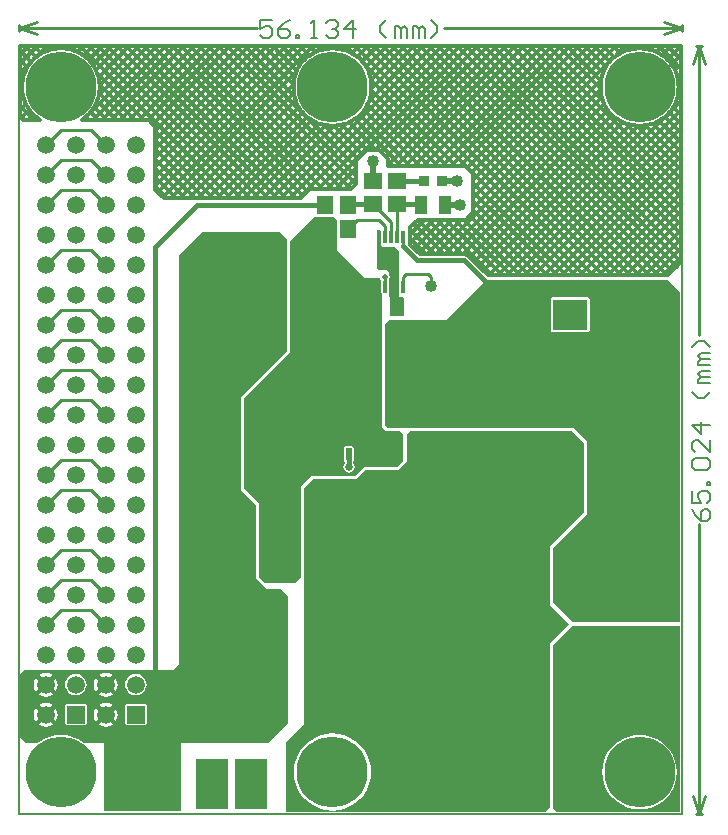
<source format=gtl>
G04 Layer_Physical_Order=1*
G04 Layer_Color=255*
%FSLAX44Y44*%
%MOMM*%
G71*
G01*
G75*
%ADD10C,0.3000*%
%ADD11R,2.7000X4.2000*%
%ADD12R,0.8500X0.8500*%
%ADD13R,1.0160X1.5240*%
%ADD14R,1.5000X1.4000*%
%ADD15R,1.4000X1.5000*%
%ADD16R,3.0000X2.6500*%
%ADD17R,0.3000X1.0000*%
%ADD18R,1.2200X2.7200*%
%ADD19R,1.7000X1.3000*%
%ADD20R,0.5100X1.0000*%
%ADD21R,2.4500X2.4500*%
%ADD22R,3.1000X1.1000*%
%ADD23R,8.3800X10.6600*%
%ADD24R,9.0000X3.5000*%
%ADD25C,0.2540*%
%ADD26C,0.5080*%
%ADD27C,0.3810*%
%ADD28C,0.1270*%
%ADD29C,0.1524*%
%ADD30C,6.0000*%
%ADD31C,1.5000*%
%ADD32R,1.5000X1.5000*%
%ADD33C,0.6350*%
%ADD34C,1.0160*%
%ADD35C,0.5080*%
G36*
X581660Y873760D02*
Y848360D01*
X605790Y824230D01*
X618473D01*
X618552Y823834D01*
X619427Y822524D01*
X619230Y822050D01*
Y812050D01*
X619714Y810884D01*
X619760Y810864D01*
Y698500D01*
X623570Y694690D01*
X635000D01*
X637540Y692150D01*
Y669290D01*
X632460Y664210D01*
X604520Y664210D01*
X596900Y656590D01*
X560070D01*
X551180Y647700D01*
Y571500D01*
X546100Y566420D01*
X520700Y566420D01*
X515620Y571500D01*
X515620Y633730D01*
X502920Y646430D01*
Y722630D01*
X542290Y762000D01*
Y855980D01*
X562610Y876300D01*
X579120D01*
X581660Y873760D01*
D02*
G37*
G36*
X872490Y812800D02*
Y533400D01*
X781050Y533400D01*
X764540Y549910D01*
X764540Y595630D01*
X793750Y624840D01*
X793750Y685800D01*
X782320Y697230D01*
X624840D01*
X622300Y699770D01*
X622300Y784860D01*
X626110Y788670D01*
X674370D01*
X708660Y822960D01*
X862330D01*
X872490Y812800D01*
D02*
G37*
G36*
X539750Y856615D02*
Y762635D01*
X500380Y723265D01*
X500380Y645160D01*
X513080Y632460D01*
X513080Y570230D01*
X522605Y560705D01*
X534670Y560705D01*
X540385Y554990D01*
Y447675D01*
X523240Y430530D01*
X449580D01*
X449580Y373380D01*
X384175D01*
X384175Y430530D01*
X367822D01*
X366567Y431602D01*
X362336Y434195D01*
X357752Y436094D01*
X352927Y437252D01*
X347980Y437641D01*
X343033Y437252D01*
X338208Y436094D01*
X333624Y434195D01*
X329393Y431602D01*
X328138Y430530D01*
X318135D01*
X313690Y434975D01*
X313690Y488950D01*
X316865Y492125D01*
X443230Y492125D01*
X447675Y496570D01*
Y843280D01*
X467360Y862965D01*
X533400D01*
X539750Y856615D01*
D02*
G37*
G36*
X619125Y864235D02*
Y851535D01*
X620395Y850265D01*
X630555Y850265D01*
X634365Y846455D01*
X634365Y822375D01*
X634230Y822050D01*
Y812050D01*
X634365Y811725D01*
Y808990D01*
X635000Y808355D01*
X637540D01*
X638175Y807720D01*
Y792480D01*
X637540Y791845D01*
X627380D01*
X626745Y792480D01*
Y807720D01*
X625475Y808990D01*
Y811918D01*
X625530Y812050D01*
Y822050D01*
X625475Y822182D01*
Y822737D01*
X626208Y823834D01*
X626524Y825420D01*
X626208Y827006D01*
X625475Y828103D01*
Y829310D01*
X623570Y831215D01*
X617220D01*
X615315Y833120D01*
Y864235D01*
X615950Y864870D01*
X618490D01*
X619125Y864235D01*
D02*
G37*
G36*
X791160Y684580D02*
X791160Y626060D01*
X762000Y596900D01*
Y595880D01*
X761950Y595630D01*
X761950Y549910D01*
X762000Y549660D01*
Y547370D01*
X777875Y531495D01*
X762000Y515620D01*
Y513130D01*
D01*
Y508250D01*
D01*
X761950Y508000D01*
Y387605D01*
Y387350D01*
X762000Y387100D01*
Y375920D01*
X758190Y372110D01*
X538480D01*
Y431800D01*
X553720Y447040D01*
Y571250D01*
X553770Y571500D01*
Y646480D01*
X561290Y654000D01*
X596900D01*
X597150Y654050D01*
X598170D01*
X605740Y661620D01*
X632460Y661620D01*
X632710Y661670D01*
X633730D01*
X641350Y669290D01*
Y692150D01*
X643840Y694640D01*
X781100D01*
X791160Y684580D01*
D02*
G37*
G36*
X872490Y372110D02*
X768350D01*
X764582Y375878D01*
X764590Y375920D01*
Y387100D01*
X764540Y387350D01*
Y387605D01*
Y508000D01*
D01*
X764590Y508250D01*
Y513130D01*
X781050Y529590D01*
X872490D01*
Y372110D01*
D02*
G37*
%LPC*%
G36*
X594370Y681780D02*
X589270D01*
X588104Y681296D01*
X587620Y680130D01*
Y670130D01*
X588104Y668964D01*
X588324Y668872D01*
Y667436D01*
X587394Y666043D01*
X587029Y664210D01*
X587394Y662377D01*
X588432Y660822D01*
X589987Y659784D01*
X591820Y659419D01*
X593653Y659784D01*
X595208Y660822D01*
X596246Y662377D01*
X596611Y664210D01*
X596246Y666043D01*
X595316Y667436D01*
Y668872D01*
X595536Y668964D01*
X596020Y670130D01*
Y680130D01*
X595536Y681296D01*
X594370Y681780D01*
D02*
G37*
G36*
X794220Y808270D02*
X764220D01*
X763054Y807786D01*
X762570Y806620D01*
Y780120D01*
X763054Y778954D01*
X764220Y778471D01*
X794220D01*
X795386Y778954D01*
X795870Y780120D01*
Y806620D01*
X795386Y807786D01*
X794220Y808270D01*
D02*
G37*
G36*
X343610Y460296D02*
X337974Y454660D01*
X343610Y449024D01*
X344050Y449597D01*
X345062Y452039D01*
X345407Y454660D01*
X345062Y457281D01*
X344050Y459723D01*
X343610Y460296D01*
D02*
G37*
G36*
X418980Y463810D02*
X403980D01*
X402814Y463326D01*
X402330Y462160D01*
Y447160D01*
X402814Y445994D01*
X403980Y445510D01*
X418980D01*
X420146Y445994D01*
X420630Y447160D01*
Y462160D01*
X420146Y463326D01*
X418980Y463810D01*
D02*
G37*
G36*
X394410Y460296D02*
X388774Y454660D01*
X394410Y449024D01*
X394850Y449597D01*
X395862Y452039D01*
X396207Y454660D01*
X395862Y457281D01*
X394850Y459723D01*
X394410Y460296D01*
D02*
G37*
G36*
X377750D02*
X377310Y459723D01*
X376298Y457281D01*
X375953Y454660D01*
X376298Y452039D01*
X377310Y449597D01*
X377750Y449024D01*
X383386Y454660D01*
X377750Y460296D01*
D02*
G37*
G36*
X326950D02*
X326510Y459723D01*
X325498Y457281D01*
X325153Y454660D01*
X325498Y452039D01*
X326510Y449597D01*
X326950Y449024D01*
X332586Y454660D01*
X326950Y460296D01*
D02*
G37*
G36*
X335280Y451966D02*
X329644Y446330D01*
X330217Y445890D01*
X332659Y444878D01*
X335280Y444533D01*
X337901Y444878D01*
X340343Y445890D01*
X340916Y446330D01*
X335280Y451966D01*
D02*
G37*
G36*
X368180Y463810D02*
X353180D01*
X352014Y463326D01*
X351530Y462160D01*
Y447160D01*
X352014Y445994D01*
X353180Y445510D01*
X368180D01*
X369346Y445994D01*
X369830Y447160D01*
Y462160D01*
X369346Y463326D01*
X368180Y463810D01*
D02*
G37*
G36*
X386080Y451966D02*
X380444Y446330D01*
X381017Y445890D01*
X383459Y444878D01*
X386080Y444533D01*
X388701Y444878D01*
X391143Y445890D01*
X391716Y446330D01*
X386080Y451966D01*
D02*
G37*
G36*
X335280Y464787D02*
X332659Y464442D01*
X330217Y463430D01*
X329644Y462990D01*
X335280Y457354D01*
X340916Y462990D01*
X340343Y463430D01*
X337901Y464442D01*
X335280Y464787D01*
D02*
G37*
G36*
Y490187D02*
X332659Y489842D01*
X330217Y488830D01*
X329644Y488390D01*
X335280Y482754D01*
X340916Y488390D01*
X340343Y488830D01*
X337901Y489842D01*
X335280Y490187D01*
D02*
G37*
G36*
X377750Y485696D02*
X377310Y485123D01*
X376298Y482681D01*
X375953Y480060D01*
X376298Y477439D01*
X377310Y474997D01*
X377750Y474424D01*
X383386Y480060D01*
X377750Y485696D01*
D02*
G37*
G36*
X326950D02*
X326510Y485123D01*
X325498Y482681D01*
X325153Y480060D01*
X325498Y477439D01*
X326510Y474997D01*
X326950Y474424D01*
X332586Y480060D01*
X326950Y485696D01*
D02*
G37*
G36*
X386080Y490187D02*
X383459Y489842D01*
X381017Y488830D01*
X380444Y488390D01*
X386080Y482754D01*
X391716Y488390D01*
X391143Y488830D01*
X388701Y489842D01*
X386080Y490187D01*
D02*
G37*
G36*
X394410Y485696D02*
X388774Y480060D01*
X394410Y474424D01*
X394850Y474997D01*
X395862Y477439D01*
X396207Y480060D01*
X395862Y482681D01*
X394850Y485123D01*
X394410Y485696D01*
D02*
G37*
G36*
X386080Y477366D02*
X380444Y471730D01*
X381017Y471290D01*
X383459Y470278D01*
X386080Y469933D01*
X388701Y470278D01*
X391143Y471290D01*
X391716Y471730D01*
X386080Y477366D01*
D02*
G37*
G36*
X335280D02*
X329644Y471730D01*
X330217Y471290D01*
X332659Y470278D01*
X335280Y469933D01*
X337901Y470278D01*
X340343Y471290D01*
X340916Y471730D01*
X335280Y477366D01*
D02*
G37*
G36*
X386080Y464787D02*
X383459Y464442D01*
X381017Y463430D01*
X380444Y462990D01*
X386080Y457354D01*
X391716Y462990D01*
X391143Y463430D01*
X388701Y464442D01*
X386080Y464787D01*
D02*
G37*
G36*
X343610Y485696D02*
X337974Y480060D01*
X343610Y474424D01*
X344050Y474997D01*
X345062Y477439D01*
X345407Y480060D01*
X345062Y482681D01*
X344050Y485123D01*
X343610Y485696D01*
D02*
G37*
G36*
X411480Y489162D02*
X409124Y488852D01*
X406929Y487942D01*
X405044Y486496D01*
X403598Y484611D01*
X402688Y482416D01*
X402378Y480060D01*
X402688Y477704D01*
X403598Y475509D01*
X405044Y473624D01*
X406929Y472178D01*
X409124Y471268D01*
X411480Y470958D01*
X413836Y471268D01*
X416031Y472178D01*
X417916Y473624D01*
X419362Y475509D01*
X420272Y477704D01*
X420582Y480060D01*
X420272Y482416D01*
X419362Y484611D01*
X417916Y486496D01*
X416031Y487942D01*
X413836Y488852D01*
X411480Y489162D01*
D02*
G37*
G36*
X360680D02*
X358324Y488852D01*
X356129Y487942D01*
X354244Y486496D01*
X352798Y484611D01*
X351888Y482416D01*
X351578Y480060D01*
X351888Y477704D01*
X352798Y475509D01*
X354244Y473624D01*
X356129Y472178D01*
X358324Y471268D01*
X360680Y470958D01*
X363036Y471268D01*
X365231Y472178D01*
X367116Y473624D01*
X368562Y475509D01*
X369472Y477704D01*
X369782Y480060D01*
X369472Y482416D01*
X368562Y484611D01*
X367116Y486496D01*
X365231Y487942D01*
X363036Y488852D01*
X360680Y489162D01*
D02*
G37*
G36*
X577980Y438661D02*
X572873Y438259D01*
X567893Y437063D01*
X563161Y435103D01*
X558794Y432427D01*
X554899Y429100D01*
X551573Y425206D01*
X548897Y420839D01*
X546936Y416106D01*
X545741Y411126D01*
X545339Y406020D01*
X545741Y400914D01*
X546936Y395933D01*
X548897Y391202D01*
X551573Y386834D01*
X554899Y382940D01*
X558794Y379613D01*
X563161Y376937D01*
X567893Y374977D01*
X572873Y373781D01*
X577980Y373380D01*
X583086Y373781D01*
X588066Y374977D01*
X592798Y376937D01*
X597165Y379613D01*
X601060Y382940D01*
X604386Y386834D01*
X607062Y391202D01*
X609023Y395933D01*
X610218Y400914D01*
X610620Y406020D01*
X610218Y411126D01*
X609023Y416106D01*
X607062Y420839D01*
X604386Y425206D01*
X601060Y429100D01*
X597165Y432427D01*
X592798Y435103D01*
X588066Y437063D01*
X583086Y438259D01*
X577980Y438661D01*
D02*
G37*
G36*
X837979Y437641D02*
X833032Y437252D01*
X828207Y436094D01*
X823623Y434195D01*
X819392Y431602D01*
X815619Y428380D01*
X812397Y424607D01*
X809804Y420376D01*
X807905Y415792D01*
X806747Y410967D01*
X806358Y406020D01*
X806747Y401073D01*
X807905Y396249D01*
X809804Y391664D01*
X812397Y387433D01*
X815619Y383660D01*
X819392Y380438D01*
X823623Y377845D01*
X828207Y375946D01*
X833032Y374788D01*
X837979Y374399D01*
X842926Y374788D01*
X847751Y375946D01*
X852335Y377845D01*
X856566Y380438D01*
X860339Y383660D01*
X863561Y387433D01*
X866154Y391664D01*
X868053Y396249D01*
X869211Y401073D01*
X869600Y406020D01*
X869211Y410967D01*
X868053Y415792D01*
X866154Y420376D01*
X863561Y424607D01*
X860339Y428380D01*
X856566Y431602D01*
X852335Y434195D01*
X847751Y436094D01*
X842926Y437252D01*
X837979Y437641D01*
D02*
G37*
%LPD*%
D10*
X871003Y985980D02*
G03*
X871003Y985980I-33024J0D01*
G01*
X691105Y843915D02*
G03*
X688975Y844399I-2130J-4445D01*
G01*
X691105Y843915D02*
G03*
X688975Y844399I-2130J-4445D01*
G01*
X381004Y985980D02*
G03*
X330100Y958215I-33024J0D01*
G01*
X365860D02*
G03*
X381004Y985980I-17880J27765D01*
G01*
X611003D02*
G03*
X611003Y985980I-33024J0D01*
G01*
X846710Y1017829D02*
X849326Y1020445D01*
X846313D02*
X850033Y1016725D01*
X869648Y1020445D02*
X873125Y1016968D01*
X838535Y1020445D02*
X840041Y1018940D01*
X840042Y1018939D02*
X841548Y1020445D01*
X861870D02*
X873125Y1009190D01*
X861438Y1009223D02*
X872660Y1020445D01*
X854091D02*
X873125Y1001412D01*
X852365Y1015706D02*
X857104Y1020445D01*
X857241Y1012804D02*
X864882Y1020445D01*
X822979D02*
X826485Y1016939D01*
X817166Y1011620D02*
X825991Y1020445D01*
X831732Y1018408D02*
X833770Y1020445D01*
X807422D02*
X816664Y1011204D01*
X815201Y1020445D02*
X821214Y1014432D01*
X745197Y1020445D02*
X873125Y892517D01*
X737419Y1020445D02*
X873125Y884739D01*
X752975Y1020445D02*
X873125Y900295D01*
X799644Y1020445D02*
X812773Y1007316D01*
X697230Y899462D02*
X818213Y1020445D01*
X869920Y994370D02*
X873125Y997575D01*
X868725Y998034D02*
X873125Y993633D01*
X870962Y987634D02*
X873125Y989797D01*
X864983Y1004990D02*
X873125Y1013132D01*
X867845Y1000073D02*
X873125Y1005353D01*
X870567Y980635D02*
X873125Y978077D01*
X868938Y974486D02*
X873125Y970299D01*
X866431Y969215D02*
X873125Y962521D01*
X870938Y988042D02*
X873125Y985855D01*
X870298Y979192D02*
X873125Y982019D01*
X863203Y964665D02*
X873125Y954743D01*
X859315Y960774D02*
X873125Y946964D01*
X854769Y957542D02*
X873125Y939186D01*
X830757Y1020445D02*
X832634Y1018568D01*
X825989Y955210D02*
X873125Y908074D01*
X835959Y953018D02*
X873125Y915852D01*
X849501Y955032D02*
X873125Y931408D01*
X843358Y953397D02*
X873125Y923630D01*
X784088Y1020445D02*
X807030Y997503D01*
X760753Y1020445D02*
X807209Y973990D01*
X791866Y1020445D02*
X809542Y1002770D01*
X768532Y1020445D02*
X805017Y983960D01*
X776310Y1020445D02*
X805396Y991359D01*
X695968Y913757D02*
X802657Y1020445D01*
X692079Y917646D02*
X794879Y1020445D01*
X697230Y907240D02*
X810435Y1020445D01*
X678357Y919480D02*
X779322Y1020445D01*
X686135Y919480D02*
X787101Y1020445D01*
X631688Y919480D02*
X732653Y1020445D01*
X624840Y920410D02*
X724875Y1020445D01*
X639467Y919480D02*
X740432Y1020445D01*
X610961Y984313D02*
X647094Y1020445D01*
X623344Y926692D02*
X717097Y1020445D01*
X662801Y919480D02*
X763766Y1020445D01*
X670579Y919480D02*
X771544Y1020445D01*
X647245Y919480D02*
X748210Y1020445D01*
X655023Y919480D02*
X755988Y1020445D01*
X624840Y923014D02*
X628374Y919480D01*
X619454Y930581D02*
X709319Y1020445D01*
X688975Y919480D02*
X689610Y920115D01*
X617220Y932815D02*
X624840Y925195D01*
Y919480D02*
Y925195D01*
X697230Y883905D02*
X805551Y992227D01*
X697230Y891684D02*
X812339Y1006793D01*
X689610Y920115D02*
X697230Y912495D01*
X624840Y919480D02*
X688975D01*
X697230Y880110D02*
Y912495D01*
X610514Y991644D02*
X639315Y1020445D01*
X608954Y974527D02*
X654872Y1020445D01*
X613911Y932815D02*
X701541Y1020445D01*
X608837Y997745D02*
X631537Y1020445D01*
X607060Y932815D02*
X617220D01*
X610483Y991818D02*
X682821Y919480D01*
X610918Y983605D02*
X675043Y919480D01*
X609756Y976989D02*
X667265Y919480D01*
X607596Y971370D02*
X659487Y919480D01*
X714084Y1020445D02*
X873125Y861404D01*
X706306Y1020445D02*
X873125Y853626D01*
Y837565D02*
Y1020445D01*
X729641D02*
X873125Y876961D01*
X721863Y1020445D02*
X873125Y869183D01*
X733432Y826770D02*
X873125Y966463D01*
X725654Y826770D02*
X873125Y974241D01*
X741211Y826770D02*
X873125Y958684D01*
X701918Y834147D02*
X823886Y956114D01*
X705807Y830258D02*
X829589Y954040D01*
X698528Y1020445D02*
X873125Y845848D01*
X682972Y1020445D02*
X869488Y833928D01*
X690750Y1020445D02*
X873125Y838070D01*
X667416Y1020445D02*
X861091Y826770D01*
X675194Y1020445D02*
X865600Y830040D01*
X651860Y1020445D02*
X845535Y826770D01*
X659638Y1020445D02*
X853313Y826770D01*
X636303Y1020445D02*
X829978Y826770D01*
X644081Y1020445D02*
X837757Y826770D01*
X818992D02*
X873125Y880903D01*
X811214Y826770D02*
X873125Y888681D01*
X826770Y826770D02*
X873125Y873125D01*
X795658Y826770D02*
X873125Y904237D01*
X803436Y826770D02*
X873125Y896459D01*
X857883Y826770D02*
X873125Y842012D01*
X850105Y826770D02*
X873125Y849790D01*
X862330Y826770D02*
X873125Y837565D01*
X834549Y826770D02*
X873125Y865346D01*
X842327Y826770D02*
X873125Y857568D01*
X756767Y826770D02*
X873125Y943128D01*
X748989Y826770D02*
X873125Y950906D01*
X709295Y826770D02*
X862330D01*
X717876D02*
X844767Y953661D01*
X710098Y826770D02*
X836325Y952998D01*
X780101Y826770D02*
X873125Y919794D01*
X787880Y826770D02*
X873125Y912015D01*
X764545Y826770D02*
X873125Y935350D01*
X772323Y826770D02*
X873125Y927572D01*
X694140Y841925D02*
X814736Y962521D01*
X688836Y844399D02*
X811155Y966718D01*
X698029Y838036D02*
X818969Y958976D01*
X697230Y881737D02*
X752197Y826770D01*
X690880Y873760D02*
X697230Y880110D01*
Y897293D02*
X767753Y826770D01*
X697230Y905071D02*
X775531Y826770D01*
X697230Y889515D02*
X759975Y826770D01*
X694154Y877034D02*
X744418Y826770D01*
X689650Y873760D02*
X736640Y826770D01*
X673280Y844399D02*
X806130Y977249D01*
X665502Y844399D02*
X805020Y983917D01*
X681058Y844399D02*
X808253Y971594D01*
X643890Y861678D02*
X655972Y873760D01*
X650803Y845257D02*
X679306Y873760D01*
X620747Y1020445D02*
X814422Y826770D01*
X628525Y1020445D02*
X822200Y826770D01*
X612969Y1020445D02*
X806644Y826770D01*
X650760Y873760D02*
X680120Y844399D01*
X651661D02*
X688975D01*
X691105Y843915D02*
X692150D01*
X657723Y844399D02*
X687085Y873760D01*
X658538D02*
X687899Y844399D01*
X674094Y873760D02*
X721084Y826770D01*
X666316Y873760D02*
X713306Y826770D01*
X681872Y873760D02*
X728862Y826770D01*
X692150Y843915D02*
X709295Y826770D01*
X646914Y849146D02*
X671528Y873760D01*
X643890Y853900D02*
X663750Y873760D01*
X650240D02*
X690880D01*
X643890Y867410D02*
X650240Y873760D01*
X643890Y852170D02*
Y867410D01*
X646611Y870131D02*
X672342Y844399D01*
X643890Y865073D02*
X664564Y844399D01*
X643890Y857295D02*
X656786Y844399D01*
X643890Y852170D02*
X651661Y844399D01*
X583037Y1018614D02*
X584868Y1020445D01*
X581856D02*
X583817Y1018484D01*
X589230Y1017029D02*
X592646Y1020445D01*
X574078D02*
X575605Y1018918D01*
X575560Y1018915D02*
X577090Y1020445D01*
X603032Y1007496D02*
X615981Y1020445D01*
X599114Y1011356D02*
X608203Y1020445D01*
X606293Y1002979D02*
X623759Y1020445D01*
X589634D02*
X597361Y1012718D01*
X594534Y1014555D02*
X600424Y1020445D01*
X566300D02*
X568988Y1017756D01*
X565368Y1016501D02*
X569312Y1020445D01*
X313055D02*
X873125D01*
X550743D02*
X558524Y1012664D01*
X558522Y1020445D02*
X563370Y1015597D01*
X535187Y1020445D02*
X550839Y1004794D01*
X527409Y1020445D02*
X548008Y999846D01*
X542965Y1020445D02*
X554355Y1009055D01*
X504075Y1020445D02*
X545753Y978766D01*
X519631Y1020445D02*
X545971Y994105D01*
X421522Y958215D02*
X483752Y1020445D01*
X413744Y958215D02*
X475974Y1020445D01*
X511853D02*
X544983Y987315D01*
X380961Y987658D02*
X413749Y1020445D01*
X405966Y958215D02*
X468196Y1020445D01*
X390409Y958215D02*
X452639Y1020445D01*
X382631Y958215D02*
X444861Y1020445D01*
X398187Y958215D02*
X460418Y1020445D01*
X380941Y988015D02*
X410741Y958215D01*
X380565Y980613D02*
X402963Y958215D01*
X379915Y994390D02*
X405970Y1020445D01*
X377838Y1000090D02*
X398192Y1020445D01*
X380305Y979224D02*
X421527Y1020445D01*
X374973Y1005005D02*
X390414Y1020445D01*
X378932Y974468D02*
X395185Y958215D01*
X367075D02*
X429305Y1020445D01*
X374853Y958215D02*
X437083Y1020445D01*
X378741Y997993D02*
X418519Y958215D01*
X365860D02*
X422275D01*
X350019Y1018941D02*
X351523Y1020445D01*
X348511D02*
X350015Y1018941D01*
X356691Y1017834D02*
X359301Y1020445D01*
X340733D02*
X342613Y1018565D01*
X341702Y1018402D02*
X343745Y1020445D01*
X367228Y1012815D02*
X374858Y1020445D01*
X362349Y1015714D02*
X367080Y1020445D01*
X371427Y1009236D02*
X382636Y1020445D01*
X332955D02*
X336468Y1016932D01*
X356289Y1020445D02*
X359993Y1016741D01*
X325177Y1020445D02*
X331199Y1014423D01*
X317398Y1020445D02*
X326651Y1011192D01*
X327029Y1011507D02*
X335967Y1020445D01*
X313055Y1013090D02*
X320410Y1020445D01*
X313055Y1017010D02*
X322763Y1007303D01*
X313055Y1005311D02*
X328189Y1020445D01*
X313055Y961390D02*
Y1020445D01*
Y1009232D02*
X319533Y1002754D01*
X373192Y964651D02*
X379628Y958215D01*
X313055Y997533D02*
X322453Y1006931D01*
X369303Y960763D02*
X371850Y958215D01*
X313055Y985898D02*
X315020Y983933D01*
X314429Y960016D02*
X321145Y966732D01*
X376423Y969199D02*
X387407Y958215D01*
X316230D02*
X330100D01*
X320406D02*
X324724Y962533D01*
X328184Y958215D02*
X328955Y958987D01*
X313055Y989755D02*
X315558Y992258D01*
X313055Y1001454D02*
X317025Y997484D01*
X313055Y974199D02*
X316126Y977269D01*
X313055Y993676D02*
X315394Y991337D01*
X313055Y981977D02*
X315019Y983941D01*
X313055Y966421D02*
X318246Y971611D01*
X313055Y970341D02*
X325181Y958215D01*
X313055Y978120D02*
X317226Y973949D01*
X313055Y961390D02*
X316230Y958215D01*
X565334Y899795D02*
X685984Y1020445D01*
X534380Y892175D02*
X662650Y1020445D01*
X573112Y899795D02*
X693763Y1020445D01*
X496296D02*
X598170Y918571D01*
X605191Y1020445D02*
X798866Y826770D01*
X597412Y1020445D02*
X791087Y826770D01*
X604718Y1005361D02*
X783309Y826770D01*
X542158Y892175D02*
X670428Y1020445D01*
X549936Y892175D02*
X678206Y1020445D01*
X480740D02*
X597557Y903627D01*
X472962Y1020445D02*
X593612Y899795D01*
X488518Y1020445D02*
X598170Y910793D01*
X457406Y1020445D02*
X578055Y899795D01*
X465184Y1020445D02*
X585834Y899795D01*
X441849Y1020445D02*
X562499Y899795D01*
X449627Y1020445D02*
X570277Y899795D01*
X434071Y1020445D02*
X556760Y897756D01*
X434119Y893031D02*
X561534Y1020445D01*
X604664Y966525D02*
X651709Y919480D01*
X601055Y962356D02*
X643930Y919480D01*
X591846Y956008D02*
X615039Y932815D01*
X586105Y953971D02*
X607261Y932815D01*
X598170Y923925D02*
X607060Y932815D01*
X598170Y904240D02*
Y923925D01*
X596793Y958839D02*
X636152Y919480D01*
X580891Y899795D02*
X598170Y917074D01*
X588669Y899795D02*
X598170Y909296D01*
X593725Y899795D02*
X598170Y904240D01*
X579315Y952983D02*
X603271Y929026D01*
X570766Y953754D02*
X599382Y925137D01*
X558800Y899795D02*
X593725D01*
X526602Y892175D02*
X589432Y955005D01*
X551180Y892175D02*
X558800Y899795D01*
X511045Y892175D02*
X572316Y953445D01*
X518824Y892175D02*
X579647Y952998D01*
X495489Y892175D02*
X560981Y957667D01*
X503267Y892175D02*
X566215Y955123D01*
X427990Y933570D02*
X514865Y1020445D01*
X427990Y941348D02*
X507086Y1020445D01*
X427990Y925792D02*
X522643Y1020445D01*
X427990Y949127D02*
X499308Y1020445D01*
X427990Y941348D02*
X507086Y1020445D01*
X427990Y902458D02*
X545977Y1020445D01*
X426293D02*
X552871Y893866D01*
X430230Y896920D02*
X553755Y1020445D01*
X427990Y918014D02*
X530421Y1020445D01*
X427990Y910236D02*
X538199Y1020445D01*
X410737D02*
X539007Y892175D01*
X402958Y1020445D02*
X531228Y892175D01*
X418515Y1020445D02*
X546785Y892175D01*
X425788Y954702D02*
X491530Y1020445D01*
X395180D02*
X523450Y892175D01*
X379624Y1020445D02*
X507894Y892175D01*
X387402Y1020445D02*
X515672Y892175D01*
X364067Y1020445D02*
X492337Y892175D01*
X371846Y1020445D02*
X500116Y892175D01*
X479933D02*
X552604Y964846D01*
X472155Y892175D02*
X549405Y969425D01*
X487711Y892175D02*
X556463Y960927D01*
X464376Y892175D02*
X546931Y974730D01*
X427990Y899160D02*
Y952500D01*
X456598Y892175D02*
X545345Y980922D01*
X441042Y892175D02*
X547459Y998592D01*
X434975Y892175D02*
X551180D01*
X448820D02*
X545044Y988399D01*
X427990Y917632D02*
X453447Y892175D01*
X427990Y940966D02*
X476781Y892175D01*
X427990Y948744D02*
X484559Y892175D01*
X427990Y933188D02*
X469003Y892175D01*
X313055Y962563D02*
X317403Y958215D01*
X422275D02*
X427990Y952500D01*
Y925410D02*
X461225Y892175D01*
X427990Y909854D02*
X445668Y892175D01*
X427990Y902075D02*
X437890Y892175D01*
X427990Y899160D02*
X434975Y892175D01*
D11*
X508635Y395605D02*
D03*
X475615Y395600D02*
D03*
X433705Y395605D02*
D03*
X400685D02*
D03*
D12*
X670690Y906780D02*
D03*
X655190D02*
D03*
D13*
X652780Y886460D02*
D03*
X673100D02*
D03*
X632460Y800100D02*
D03*
X612140D02*
D03*
D14*
X632460Y906780D02*
D03*
Y886780D02*
D03*
X612140Y906780D02*
D03*
Y886780D02*
D03*
D15*
X571500Y886460D02*
D03*
X591500D02*
D03*
X571500Y866140D02*
D03*
X591500D02*
D03*
D16*
X779220Y793370D02*
D03*
X814220Y674370D02*
D03*
X744220D02*
D03*
D17*
X617380Y817050D02*
D03*
X622380D02*
D03*
X627380D02*
D03*
X632380D02*
D03*
X637380D02*
D03*
X617380Y859350D02*
D03*
X622380D02*
D03*
X627380D02*
D03*
X632380D02*
D03*
X637380D02*
D03*
D18*
X608800Y772160D02*
D03*
X635800D02*
D03*
X608800Y739140D02*
D03*
X635800D02*
D03*
X529120Y617220D02*
D03*
X502120D02*
D03*
X529120Y584200D02*
D03*
X502120D02*
D03*
D19*
X635000Y708660D02*
D03*
X609600D02*
D03*
D20*
X629920Y675130D02*
D03*
X617220D02*
D03*
X604520D02*
D03*
X591820D02*
D03*
X629920Y617730D02*
D03*
X617220D02*
D03*
X604520D02*
D03*
X591820D02*
D03*
D21*
X508230Y812800D02*
D03*
X568730D02*
D03*
X508230Y762000D02*
D03*
X568730D02*
D03*
X467590Y711200D02*
D03*
X528090D02*
D03*
X467590Y660400D02*
D03*
X528090D02*
D03*
D22*
X605540Y476250D02*
D03*
Y527050D02*
D03*
D23*
X492740Y501650D02*
D03*
D24*
X825500Y492760D02*
D03*
Y571500D02*
D03*
D25*
X335280Y530860D02*
X347980Y543560D01*
X373380D01*
X386080Y530860D01*
X335280Y556260D02*
X347980Y568960D01*
X373380D01*
X386080Y556260D01*
X335280Y581660D02*
X347980Y594360D01*
X373380D01*
X386080Y581660D01*
X335280Y632460D02*
X347980Y645160D01*
X373380D01*
X386080Y632460D01*
X335280Y657860D02*
X347980Y670560D01*
X373380D01*
X386080Y657860D01*
X335280Y708660D02*
X347980Y721360D01*
X373380D01*
X386080Y708660D01*
X335280Y734060D02*
X347980Y746760D01*
X373380D01*
X386080Y734060D01*
X335280Y759460D02*
X347980Y772160D01*
X373380D01*
X386080Y759460D01*
X335280Y784860D02*
X347980Y797560D01*
X373380D01*
X386080Y784860D01*
X335280Y835660D02*
X347980Y848360D01*
X373380D01*
X386080Y835660D01*
X335280Y886460D02*
X347980Y899160D01*
X373380D01*
X386080Y886460D01*
X335280Y911860D02*
X347980Y924560D01*
X373380D01*
X386080Y911860D01*
X373380Y949960D02*
X386080Y937260D01*
X347980Y949960D02*
X373380D01*
X335280Y937260D02*
X347980Y949960D01*
X632380Y859350D02*
X632460Y859430D01*
Y886780D01*
X627380Y859350D02*
Y871540D01*
X612140Y886780D02*
X627380Y871540D01*
X622380Y859350D02*
Y868600D01*
X617220Y873760D02*
X622380Y868600D01*
X599120Y873760D02*
X617220D01*
X591500Y866140D02*
X599120Y873760D01*
X622380Y817050D02*
Y825420D01*
X637380Y817050D02*
Y825340D01*
X640080Y828040D01*
X659130D01*
X661670Y825500D01*
Y817880D02*
Y825500D01*
X637380Y851695D02*
Y859350D01*
X873760Y1033780D02*
Y1038860D01*
X312420Y1033780D02*
Y1038860D01*
X858520Y1031240D02*
X873760Y1036320D01*
X858520Y1041400D02*
X873760Y1036320D01*
X312420D02*
X327660Y1031240D01*
X312420Y1036320D02*
X327660Y1041400D01*
X672060Y1036320D02*
X873760D01*
X312420D02*
X514120D01*
X885825Y1021080D02*
X890905D01*
X885825Y370840D02*
X890905D01*
X888365Y1021080D02*
X893445Y1005840D01*
X883285D02*
X888365Y1021080D01*
Y370840D02*
X893445Y386080D01*
X883285D02*
X888365Y370840D01*
Y776199D02*
Y1021080D01*
Y370840D02*
Y615721D01*
D26*
X673100Y886460D02*
X685800D01*
X670690Y906780D02*
X683390D01*
X612140D02*
Y923290D01*
D27*
X632460Y886780D02*
X652460D01*
X652780Y886460D01*
X632460Y906780D02*
X655190D01*
X591820Y886780D02*
X612140D01*
X591500Y886460D02*
X591820Y886780D01*
Y664210D02*
Y675130D01*
X649605Y839470D02*
X688975D01*
X637380Y851695D02*
X649605Y839470D01*
X688975D02*
X740410Y788035D01*
Y756285D02*
Y788035D01*
Y756285D02*
X814220Y682475D01*
Y674370D02*
Y682475D01*
X463550Y886460D02*
X571500D01*
X427355Y850265D02*
X463550Y886460D01*
X427355Y474345D02*
Y850265D01*
X421005Y467995D02*
X427355Y474345D01*
X399415Y467995D02*
X421005D01*
X386080Y454660D02*
X399415Y467995D01*
D28*
X312420Y1021080D02*
X873760D01*
Y370840D02*
Y1021080D01*
X312420Y370840D02*
X873760D01*
X312420D02*
Y1021080D01*
D29*
X526817Y1042413D02*
X516660D01*
Y1034796D01*
X521739Y1037335D01*
X524278D01*
X526817Y1034796D01*
Y1029718D01*
X524278Y1027178D01*
X519199D01*
X516660Y1029718D01*
X542052Y1042413D02*
X536974Y1039874D01*
X531895Y1034796D01*
Y1029718D01*
X534435Y1027178D01*
X539513D01*
X542052Y1029718D01*
Y1032257D01*
X539513Y1034796D01*
X531895D01*
X547130Y1027178D02*
Y1029718D01*
X549670D01*
Y1027178D01*
X547130D01*
X559826D02*
X564905D01*
X562365D01*
Y1042413D01*
X559826Y1039874D01*
X572522D02*
X575061Y1042413D01*
X580140D01*
X582679Y1039874D01*
Y1037335D01*
X580140Y1034796D01*
X577601D01*
X580140D01*
X582679Y1032257D01*
Y1029718D01*
X580140Y1027178D01*
X575061D01*
X572522Y1029718D01*
X595375Y1027178D02*
Y1042413D01*
X587757Y1034796D01*
X597914D01*
X623306Y1027178D02*
X618227Y1032257D01*
Y1037335D01*
X623306Y1042413D01*
X630923Y1027178D02*
Y1037335D01*
X633462D01*
X636002Y1034796D01*
Y1027178D01*
Y1034796D01*
X638541Y1037335D01*
X641080Y1034796D01*
Y1027178D01*
X646158D02*
Y1037335D01*
X648698D01*
X651237Y1034796D01*
Y1027178D01*
Y1034796D01*
X653776Y1037335D01*
X656315Y1034796D01*
Y1027178D01*
X661393D02*
X666472Y1032257D01*
Y1037335D01*
X661393Y1042413D01*
X882271Y628417D02*
X884811Y623339D01*
X889889Y618261D01*
X894967D01*
X897506Y620800D01*
Y625878D01*
X894967Y628417D01*
X892428D01*
X889889Y625878D01*
Y618261D01*
X882271Y643652D02*
Y633496D01*
X889889D01*
X887350Y638574D01*
Y641113D01*
X889889Y643652D01*
X894967D01*
X897506Y641113D01*
Y636035D01*
X894967Y633496D01*
X897506Y648731D02*
X894967D01*
Y651270D01*
X897506D01*
Y648731D01*
X884811Y661427D02*
X882271Y663966D01*
Y669044D01*
X884811Y671583D01*
X894967D01*
X897506Y669044D01*
Y663966D01*
X894967Y661427D01*
X884811D01*
X897506Y686818D02*
Y676662D01*
X887350Y686818D01*
X884811D01*
X882271Y684279D01*
Y679201D01*
X884811Y676662D01*
X897506Y699514D02*
X882271D01*
X889889Y691897D01*
Y702054D01*
X897506Y727445D02*
X892428Y722367D01*
X887350D01*
X882271Y727445D01*
X897506Y735063D02*
X887350D01*
Y737602D01*
X889889Y740141D01*
X897506D01*
X889889D01*
X887350Y742680D01*
X889889Y745220D01*
X897506D01*
Y750298D02*
X887350D01*
Y752837D01*
X889889Y755376D01*
X897506D01*
X889889D01*
X887350Y757915D01*
X889889Y760455D01*
X897506D01*
Y765533D02*
X892428Y770611D01*
X887350D01*
X882271Y765533D01*
D30*
X347980Y406020D02*
D03*
Y985980D02*
D03*
X577980D02*
D03*
Y406020D02*
D03*
X837979Y985980D02*
D03*
Y406020D02*
D03*
D31*
X335280Y937260D02*
D03*
X360680D02*
D03*
X335280Y911860D02*
D03*
X360680D02*
D03*
X335280Y886460D02*
D03*
X360680D02*
D03*
X335280Y861060D02*
D03*
X360680D02*
D03*
X335280Y835660D02*
D03*
X360680D02*
D03*
X335280Y810260D02*
D03*
X360680D02*
D03*
X335280Y784860D02*
D03*
X360680D02*
D03*
X335280Y759460D02*
D03*
X360680D02*
D03*
X335280Y734060D02*
D03*
X360680D02*
D03*
X335280Y708660D02*
D03*
X360680D02*
D03*
X335280Y683260D02*
D03*
X360680D02*
D03*
X335280Y657860D02*
D03*
X360680D02*
D03*
X335280Y632460D02*
D03*
X360680D02*
D03*
X335280Y607060D02*
D03*
X360680D02*
D03*
X335280Y581660D02*
D03*
X360680D02*
D03*
X335280Y556260D02*
D03*
X360680D02*
D03*
X335280Y530860D02*
D03*
X360680D02*
D03*
X335280Y505460D02*
D03*
X360680D02*
D03*
X335280Y480060D02*
D03*
X360680D02*
D03*
X335280Y454660D02*
D03*
X386080Y937260D02*
D03*
X411480D02*
D03*
X386080Y911860D02*
D03*
X411480D02*
D03*
X386080Y886460D02*
D03*
X411480D02*
D03*
X386080Y861060D02*
D03*
X411480D02*
D03*
X386080Y835660D02*
D03*
X411480D02*
D03*
X386080Y810260D02*
D03*
X411480D02*
D03*
X386080Y784860D02*
D03*
X411480D02*
D03*
X386080Y759460D02*
D03*
X411480D02*
D03*
X386080Y734060D02*
D03*
X411480D02*
D03*
X386080Y708660D02*
D03*
X411480D02*
D03*
X386080Y683260D02*
D03*
X411480D02*
D03*
X386080Y657860D02*
D03*
X411480D02*
D03*
X386080Y632460D02*
D03*
X411480D02*
D03*
X386080Y607060D02*
D03*
X411480D02*
D03*
X386080Y581660D02*
D03*
X411480D02*
D03*
X386080Y556260D02*
D03*
X411480D02*
D03*
X386080Y530860D02*
D03*
X411480D02*
D03*
X386080Y505460D02*
D03*
X411480D02*
D03*
X386080Y480060D02*
D03*
X411480D02*
D03*
X386080Y454660D02*
D03*
D32*
X360680D02*
D03*
X411480D02*
D03*
D33*
X508635Y412115D02*
D03*
X517525D02*
D03*
X499745D02*
D03*
X475615D02*
D03*
X484505D02*
D03*
X466725D02*
D03*
X591820Y664210D02*
D03*
X624840Y845820D02*
D03*
Y836295D02*
D03*
X503266D02*
D03*
Y845820D02*
D03*
D34*
X535940Y685800D02*
D03*
X509270Y718820D02*
D03*
Y703580D02*
D03*
X521970Y685800D02*
D03*
X509270D02*
D03*
Y652780D02*
D03*
Y668020D02*
D03*
X685800Y886460D02*
D03*
X683390Y906780D02*
D03*
X822960Y457200D02*
D03*
Y518160D02*
D03*
X777240Y457200D02*
D03*
Y411480D02*
D03*
Y396240D02*
D03*
X838200Y457200D02*
D03*
X792480Y381000D02*
D03*
Y396240D02*
D03*
Y426720D02*
D03*
X853440Y441960D02*
D03*
X822960D02*
D03*
X792480Y518160D02*
D03*
X853440Y457200D02*
D03*
X807720Y381000D02*
D03*
X777240Y441960D02*
D03*
X807720D02*
D03*
X792480D02*
D03*
X853440Y518160D02*
D03*
X838200D02*
D03*
X792480Y411480D02*
D03*
X807720Y518160D02*
D03*
X777240Y426720D02*
D03*
X792480Y457200D02*
D03*
X807720D02*
D03*
X631190Y688340D02*
D03*
X617220D02*
D03*
X603250D02*
D03*
X544830Y609600D02*
D03*
Y591820D02*
D03*
Y576580D02*
D03*
X549910Y685800D02*
D03*
Y673100D02*
D03*
Y659130D02*
D03*
X612140Y923290D02*
D03*
X558800Y698500D02*
D03*
Y712470D02*
D03*
Y726440D02*
D03*
Y740410D02*
D03*
X572770Y698500D02*
D03*
Y712470D02*
D03*
Y726440D02*
D03*
Y740410D02*
D03*
X586740Y698500D02*
D03*
Y712470D02*
D03*
Y726440D02*
D03*
Y740410D02*
D03*
X563880Y685800D02*
D03*
X577850D02*
D03*
Y673100D02*
D03*
X563880D02*
D03*
X535940Y731520D02*
D03*
X521970D02*
D03*
X535940Y745490D02*
D03*
X548640Y768350D02*
D03*
Y754380D02*
D03*
X580390Y787400D02*
D03*
Y833120D02*
D03*
X591820Y753110D02*
D03*
Y764540D02*
D03*
Y775970D02*
D03*
Y787400D02*
D03*
Y798830D02*
D03*
Y810260D02*
D03*
Y821690D02*
D03*
X565150Y787400D02*
D03*
X548640D02*
D03*
Y805180D02*
D03*
Y820420D02*
D03*
X563880Y833120D02*
D03*
X548640D02*
D03*
Y848360D02*
D03*
X608330Y815340D02*
D03*
X676910Y683260D02*
D03*
X661670Y817880D02*
D03*
X556260Y861060D02*
D03*
X563880Y848360D02*
D03*
X521970Y638810D02*
D03*
X535940D02*
D03*
X544830Y624840D02*
D03*
D35*
X622380Y825420D02*
D03*
M02*

</source>
